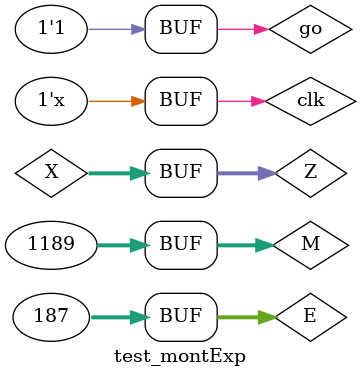
<source format=v>
`timescale 1ns / 1ps

`define BITS 32

module test_montExp;

	// Inputs
	reg [`BITS-1:0] X;
	reg [`BITS-1:0] E;
	reg [`BITS-1:0] M;
	reg clk;
	reg go;

	// Outputs
	wire done;
	wire [`BITS-1:0] Z;

	// Instantiate the Unit Under Test (UUT)
	MontgomeryExponential uut (
		.X(X), 
		.E(E), 
		.M(M), 
		.clk(clk), 
		.go(go), 
		.done(done), 
		.Z(Z)
	);

	always #5 clk = ~clk;
	initial begin
		// Initialize Inputs
		X = 0;
		E = 0;
		M = 0;
		clk = 0;
		go = 0;

		// Wait 100 ns for global reset to finish
		#100;
   
		X = 456;
		E = 3;
		M = 1189;
		go = 1;	
		
		#1000000
		X = Z;
		E = 187;
		M = 1189;
		go = 0;
		
		#100	
		go = 1;	
		
		// Add stimulus here

	end
      
endmodule


</source>
